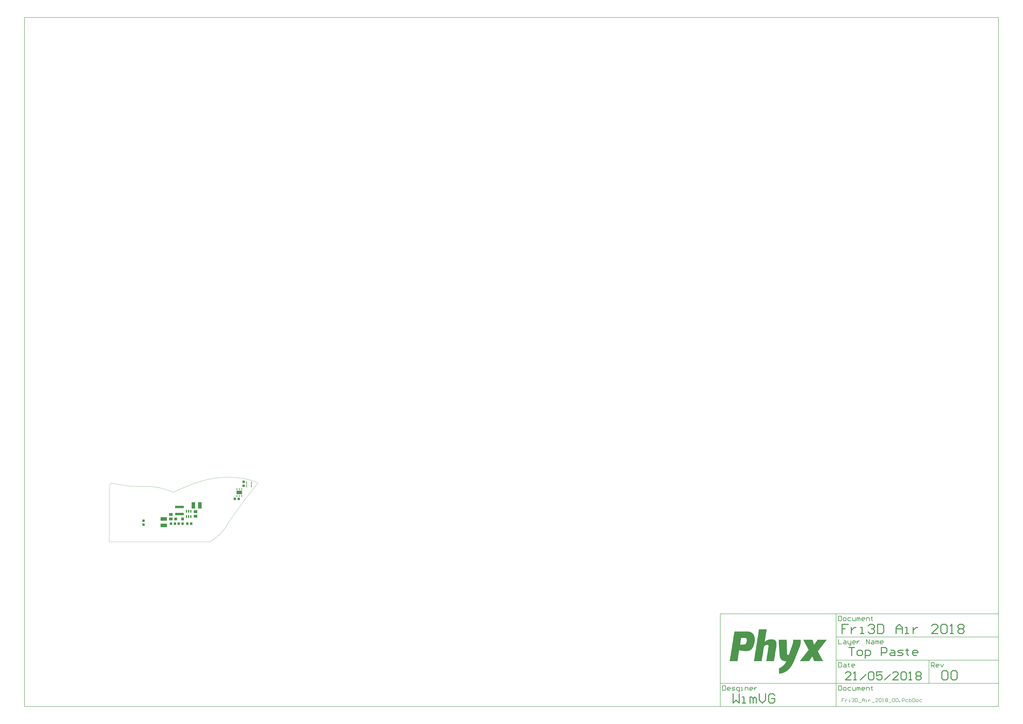
<source format=gtp>
G04*
G04 #@! TF.GenerationSoftware,Altium Limited,Altium Designer,18.1.6 (161)*
G04*
G04 Layer_Color=8421504*
%FSLAX25Y25*%
%MOIN*%
G70*
G01*
G75*
%ADD10C,0.00984*%
%ADD11C,0.00787*%
%ADD13C,0.00394*%
%ADD14C,0.01575*%
%ADD21R,0.14567X0.04331*%
%ADD22R,0.04331X0.03937*%
%ADD23R,0.05906X0.05118*%
%ADD24R,0.06299X0.10630*%
%ADD25R,0.02362X0.04528*%
%ADD26R,0.03937X0.04331*%
%ADD27R,0.09449X0.05906*%
%ADD28R,0.01575X0.02756*%
%ADD29R,0.01968X0.01378*%
%ADD30R,0.04921X0.04803*%
%ADD31R,0.10630X0.06299*%
G36*
X913926Y-152365D02*
X915644D01*
Y-152651D01*
X916503D01*
Y-152937D01*
X917362D01*
Y-153224D01*
X918221D01*
Y-153510D01*
X918793D01*
Y-153796D01*
X919080D01*
Y-154083D01*
X919652D01*
Y-154369D01*
X919939D01*
Y-154655D01*
X920511D01*
Y-154942D01*
X920798D01*
Y-155228D01*
X921084D01*
Y-155514D01*
X921370D01*
Y-155801D01*
X921657D01*
Y-156087D01*
X921943D01*
Y-156373D01*
X922229D01*
Y-156659D01*
Y-156946D01*
X922515D01*
Y-157232D01*
X922802D01*
Y-157518D01*
Y-157805D01*
X923088D01*
Y-158091D01*
X923374D01*
Y-158377D01*
Y-158664D01*
X923661D01*
Y-158950D01*
Y-159236D01*
Y-159523D01*
X923947D01*
Y-159809D01*
Y-160095D01*
Y-160382D01*
X924233D01*
Y-160668D01*
Y-160954D01*
Y-161240D01*
Y-161527D01*
X924520D01*
Y-161813D01*
Y-162100D01*
Y-162386D01*
Y-162672D01*
Y-162958D01*
X924806D01*
Y-163245D01*
Y-163531D01*
Y-163817D01*
Y-164104D01*
Y-164390D01*
Y-164676D01*
Y-164963D01*
Y-165249D01*
Y-165535D01*
Y-165822D01*
Y-166108D01*
Y-166394D01*
Y-166681D01*
Y-166967D01*
Y-167253D01*
Y-167539D01*
Y-167826D01*
Y-168112D01*
Y-168398D01*
Y-168685D01*
X924520D01*
Y-168971D01*
Y-169257D01*
Y-169544D01*
Y-169830D01*
Y-170116D01*
Y-170403D01*
Y-170689D01*
X924233D01*
Y-170975D01*
Y-171262D01*
Y-171548D01*
Y-171834D01*
Y-172120D01*
X923947D01*
Y-172407D01*
Y-172693D01*
Y-172979D01*
Y-173266D01*
Y-173552D01*
X923661D01*
Y-173838D01*
Y-174125D01*
Y-174411D01*
X923374D01*
Y-174697D01*
Y-174984D01*
Y-175270D01*
Y-175556D01*
X923088D01*
Y-175842D01*
Y-176129D01*
Y-176415D01*
X922802D01*
Y-176701D01*
Y-176988D01*
X922515D01*
Y-177274D01*
Y-177560D01*
Y-177847D01*
X922229D01*
Y-178133D01*
Y-178419D01*
X921943D01*
Y-178706D01*
Y-178992D01*
X921657D01*
Y-179278D01*
Y-179565D01*
X921370D01*
Y-179851D01*
X921084D01*
Y-180137D01*
Y-180423D01*
X920798D01*
Y-180710D01*
X920511D01*
Y-180996D01*
X920225D01*
Y-181282D01*
Y-181569D01*
X919939D01*
Y-181855D01*
X919652D01*
Y-182141D01*
X919366D01*
Y-182428D01*
X919080D01*
Y-182714D01*
X918793D01*
Y-183000D01*
X918221D01*
Y-183287D01*
X917934D01*
Y-183573D01*
X917362D01*
Y-183859D01*
X917076D01*
Y-184146D01*
X916503D01*
Y-184432D01*
X915644D01*
Y-184718D01*
X914785D01*
Y-185004D01*
X913926D01*
Y-185291D01*
X912208D01*
Y-185577D01*
X907055D01*
Y-185291D01*
X904478D01*
Y-185004D01*
X902474D01*
Y-184718D01*
X901042D01*
Y-184432D01*
X899610D01*
Y-184146D01*
X898179D01*
Y-184432D01*
Y-184718D01*
Y-185004D01*
Y-185291D01*
Y-185577D01*
Y-185863D01*
Y-186150D01*
X897892D01*
Y-186436D01*
Y-186722D01*
Y-187009D01*
Y-187295D01*
Y-187581D01*
Y-187868D01*
X897606D01*
Y-188154D01*
Y-188440D01*
Y-188727D01*
Y-189013D01*
Y-189299D01*
Y-189585D01*
X897320D01*
Y-189872D01*
Y-190158D01*
Y-190444D01*
Y-190731D01*
Y-191017D01*
Y-191303D01*
Y-191590D01*
X897034D01*
Y-191876D01*
Y-192162D01*
Y-192449D01*
Y-192735D01*
Y-193021D01*
Y-193308D01*
X896747D01*
Y-193594D01*
Y-193880D01*
Y-194167D01*
Y-194453D01*
Y-194739D01*
Y-195025D01*
X896461D01*
Y-195312D01*
Y-195598D01*
Y-195884D01*
Y-196171D01*
Y-196457D01*
Y-196743D01*
Y-197030D01*
X896175D01*
Y-197316D01*
Y-197602D01*
Y-197889D01*
Y-198175D01*
Y-198461D01*
Y-198748D01*
X895888D01*
Y-199034D01*
Y-199320D01*
Y-199606D01*
Y-199893D01*
Y-200179D01*
Y-200465D01*
X895602D01*
Y-200752D01*
Y-201038D01*
Y-201324D01*
Y-201611D01*
Y-201897D01*
Y-202183D01*
Y-202470D01*
X882145D01*
Y-202183D01*
X882432D01*
Y-201897D01*
Y-201611D01*
Y-201324D01*
Y-201038D01*
Y-200752D01*
X882718D01*
Y-200465D01*
Y-200179D01*
Y-199893D01*
Y-199606D01*
Y-199320D01*
Y-199034D01*
Y-198748D01*
X883004D01*
Y-198461D01*
Y-198175D01*
Y-197889D01*
Y-197602D01*
Y-197316D01*
Y-197030D01*
X883291D01*
Y-196743D01*
Y-196457D01*
Y-196171D01*
Y-195884D01*
Y-195598D01*
Y-195312D01*
X883577D01*
Y-195025D01*
Y-194739D01*
Y-194453D01*
Y-194167D01*
Y-193880D01*
Y-193594D01*
Y-193308D01*
X883863D01*
Y-193021D01*
Y-192735D01*
Y-192449D01*
Y-192162D01*
Y-191876D01*
Y-191590D01*
X884149D01*
Y-191303D01*
Y-191017D01*
Y-190731D01*
Y-190444D01*
Y-190158D01*
Y-189872D01*
X884436D01*
Y-189585D01*
Y-189299D01*
Y-189013D01*
Y-188727D01*
Y-188440D01*
Y-188154D01*
X884722D01*
Y-187868D01*
Y-187581D01*
Y-187295D01*
Y-187009D01*
Y-186722D01*
Y-186436D01*
Y-186150D01*
X885009D01*
Y-185863D01*
Y-185577D01*
Y-185291D01*
Y-185004D01*
Y-184718D01*
Y-184432D01*
X885295D01*
Y-184146D01*
Y-183859D01*
Y-183573D01*
Y-183287D01*
Y-183000D01*
Y-182714D01*
X885581D01*
Y-182428D01*
Y-182141D01*
Y-181855D01*
Y-181569D01*
Y-181282D01*
Y-180996D01*
X885867D01*
Y-180710D01*
Y-180423D01*
Y-180137D01*
Y-179851D01*
Y-179565D01*
Y-179278D01*
Y-178992D01*
X886154D01*
Y-178706D01*
Y-178419D01*
Y-178133D01*
Y-177847D01*
Y-177560D01*
Y-177274D01*
X886440D01*
Y-176988D01*
Y-176701D01*
Y-176415D01*
Y-176129D01*
Y-175842D01*
Y-175556D01*
X886726D01*
Y-175270D01*
Y-174984D01*
Y-174697D01*
Y-174411D01*
Y-174125D01*
Y-173838D01*
Y-173552D01*
X887013D01*
Y-173266D01*
Y-172979D01*
Y-172693D01*
Y-172407D01*
Y-172120D01*
Y-171834D01*
X887299D01*
Y-171548D01*
Y-171262D01*
Y-170975D01*
Y-170689D01*
Y-170403D01*
Y-170116D01*
X887585D01*
Y-169830D01*
Y-169544D01*
Y-169257D01*
Y-168971D01*
Y-168685D01*
Y-168398D01*
X887872D01*
Y-168112D01*
Y-167826D01*
Y-167539D01*
Y-167253D01*
Y-166967D01*
Y-166681D01*
Y-166394D01*
X888158D01*
Y-166108D01*
Y-165822D01*
Y-165535D01*
Y-165249D01*
Y-164963D01*
Y-164676D01*
X888444D01*
Y-164390D01*
Y-164104D01*
Y-163817D01*
Y-163531D01*
Y-163245D01*
Y-162958D01*
X888731D01*
Y-162672D01*
Y-162386D01*
Y-162100D01*
Y-161813D01*
Y-161527D01*
Y-161240D01*
Y-160954D01*
X889017D01*
Y-160668D01*
Y-160382D01*
Y-160095D01*
Y-159809D01*
Y-159523D01*
Y-159236D01*
X889303D01*
Y-158950D01*
Y-158664D01*
Y-158377D01*
Y-158091D01*
Y-157805D01*
Y-157518D01*
X889590D01*
Y-157232D01*
Y-156946D01*
Y-156659D01*
Y-156373D01*
Y-156087D01*
Y-155801D01*
Y-155514D01*
X889876D01*
Y-155228D01*
Y-154942D01*
Y-154655D01*
Y-154369D01*
Y-154083D01*
Y-153796D01*
X890162D01*
Y-153510D01*
Y-153224D01*
Y-152937D01*
Y-152651D01*
Y-152365D01*
Y-152078D01*
X913926D01*
Y-152365D01*
D02*
G37*
G36*
X945134Y-148929D02*
Y-149215D01*
X944848D01*
Y-149502D01*
Y-149788D01*
Y-150074D01*
Y-150361D01*
Y-150647D01*
Y-150933D01*
X944561D01*
Y-151220D01*
Y-151506D01*
Y-151792D01*
Y-152078D01*
Y-152365D01*
Y-152651D01*
X944275D01*
Y-152937D01*
Y-153224D01*
Y-153510D01*
Y-153796D01*
Y-154083D01*
Y-154369D01*
Y-154655D01*
X943989D01*
Y-154942D01*
Y-155228D01*
Y-155514D01*
Y-155801D01*
Y-156087D01*
Y-156373D01*
X943703D01*
Y-156659D01*
Y-156946D01*
Y-157232D01*
Y-157518D01*
Y-157805D01*
Y-158091D01*
X943416D01*
Y-158377D01*
Y-158664D01*
Y-158950D01*
Y-159236D01*
Y-159523D01*
Y-159809D01*
Y-160095D01*
X943130D01*
Y-160382D01*
Y-160668D01*
Y-160954D01*
Y-161240D01*
Y-161527D01*
Y-161813D01*
X942844D01*
Y-162100D01*
Y-162386D01*
Y-162672D01*
Y-162958D01*
Y-163245D01*
Y-163531D01*
X942557D01*
Y-163817D01*
Y-164104D01*
Y-164390D01*
Y-164676D01*
Y-164963D01*
Y-165249D01*
X942271D01*
Y-165535D01*
Y-165822D01*
Y-166108D01*
Y-166394D01*
Y-166681D01*
Y-166967D01*
Y-167253D01*
X941985D01*
Y-167539D01*
Y-167826D01*
Y-168112D01*
Y-168398D01*
Y-168685D01*
Y-168971D01*
X941698D01*
Y-169257D01*
Y-169544D01*
X942271D01*
Y-169257D01*
X942557D01*
Y-168971D01*
X942844D01*
Y-168685D01*
X943416D01*
Y-168398D01*
X943703D01*
Y-168112D01*
X943989D01*
Y-167826D01*
X944561D01*
Y-167539D01*
X945134D01*
Y-167253D01*
X945420D01*
Y-166967D01*
X945993D01*
Y-166681D01*
X946852D01*
Y-166394D01*
X947425D01*
Y-166108D01*
X948284D01*
Y-165822D01*
X949715D01*
Y-165535D01*
X956014D01*
Y-165822D01*
X957159D01*
Y-166108D01*
X958018D01*
Y-166394D01*
X958591D01*
Y-166681D01*
X958877D01*
Y-166967D01*
X959450D01*
Y-167253D01*
X959736D01*
Y-167539D01*
X960022D01*
Y-167826D01*
X960309D01*
Y-168112D01*
X960595D01*
Y-168398D01*
Y-168685D01*
X960881D01*
Y-168971D01*
Y-169257D01*
X961168D01*
Y-169544D01*
Y-169830D01*
Y-170116D01*
X961454D01*
Y-170403D01*
Y-170689D01*
Y-170975D01*
Y-171262D01*
X961740D01*
Y-171548D01*
Y-171834D01*
Y-172120D01*
Y-172407D01*
Y-172693D01*
Y-172979D01*
Y-173266D01*
Y-173552D01*
Y-173838D01*
Y-174125D01*
Y-174411D01*
Y-174697D01*
Y-174984D01*
Y-175270D01*
Y-175556D01*
Y-175842D01*
Y-176129D01*
Y-176415D01*
X961454D01*
Y-176701D01*
Y-176988D01*
Y-177274D01*
Y-177560D01*
Y-177847D01*
Y-178133D01*
Y-178419D01*
X961168D01*
Y-178706D01*
Y-178992D01*
Y-179278D01*
Y-179565D01*
Y-179851D01*
Y-180137D01*
Y-180423D01*
X960881D01*
Y-180710D01*
Y-180996D01*
Y-181282D01*
Y-181569D01*
Y-181855D01*
Y-182141D01*
X960595D01*
Y-182428D01*
Y-182714D01*
Y-183000D01*
Y-183287D01*
Y-183573D01*
Y-183859D01*
X960309D01*
Y-184146D01*
Y-184432D01*
Y-184718D01*
Y-185004D01*
Y-185291D01*
Y-185577D01*
X960022D01*
Y-185863D01*
Y-186150D01*
Y-186436D01*
Y-186722D01*
Y-187009D01*
Y-187295D01*
Y-187581D01*
X959736D01*
Y-187868D01*
Y-188154D01*
Y-188440D01*
Y-188727D01*
Y-189013D01*
Y-189299D01*
X959450D01*
Y-189585D01*
Y-189872D01*
Y-190158D01*
Y-190444D01*
Y-190731D01*
Y-191017D01*
X959163D01*
Y-191303D01*
Y-191590D01*
Y-191876D01*
Y-192162D01*
Y-192449D01*
Y-192735D01*
Y-193021D01*
X958877D01*
Y-193308D01*
Y-193594D01*
Y-193880D01*
Y-194167D01*
Y-194453D01*
Y-194739D01*
X958591D01*
Y-195025D01*
Y-195312D01*
Y-195598D01*
Y-195884D01*
Y-196171D01*
Y-196457D01*
X958305D01*
Y-196743D01*
Y-197030D01*
Y-197316D01*
Y-197602D01*
Y-197889D01*
Y-198175D01*
X958018D01*
Y-198461D01*
Y-198748D01*
Y-199034D01*
Y-199320D01*
Y-199606D01*
Y-199893D01*
Y-200179D01*
X957732D01*
Y-200465D01*
Y-200752D01*
Y-201038D01*
Y-201324D01*
Y-201611D01*
Y-201897D01*
X957446D01*
Y-202183D01*
Y-202470D01*
X944275D01*
Y-202183D01*
Y-201897D01*
X944561D01*
Y-201611D01*
Y-201324D01*
Y-201038D01*
Y-200752D01*
Y-200465D01*
Y-200179D01*
X944848D01*
Y-199893D01*
Y-199606D01*
Y-199320D01*
Y-199034D01*
Y-198748D01*
Y-198461D01*
Y-198175D01*
X945134D01*
Y-197889D01*
Y-197602D01*
Y-197316D01*
Y-197030D01*
Y-196743D01*
Y-196457D01*
X945420D01*
Y-196171D01*
Y-195884D01*
Y-195598D01*
Y-195312D01*
Y-195025D01*
Y-194739D01*
X945707D01*
Y-194453D01*
Y-194167D01*
Y-193880D01*
Y-193594D01*
Y-193308D01*
Y-193021D01*
Y-192735D01*
X945993D01*
Y-192449D01*
Y-192162D01*
Y-191876D01*
Y-191590D01*
Y-191303D01*
Y-191017D01*
X946279D01*
Y-190731D01*
Y-190444D01*
Y-190158D01*
Y-189872D01*
Y-189585D01*
Y-189299D01*
Y-189013D01*
X946566D01*
Y-188727D01*
Y-188440D01*
Y-188154D01*
Y-187868D01*
Y-187581D01*
Y-187295D01*
X946852D01*
Y-187009D01*
Y-186722D01*
Y-186436D01*
Y-186150D01*
Y-185863D01*
Y-185577D01*
X947138D01*
Y-185291D01*
Y-185004D01*
Y-184718D01*
Y-184432D01*
Y-184146D01*
Y-183859D01*
X947425D01*
Y-183573D01*
Y-183287D01*
Y-183000D01*
Y-182714D01*
Y-182428D01*
Y-182141D01*
Y-181855D01*
X947711D01*
Y-181569D01*
Y-181282D01*
Y-180996D01*
Y-180710D01*
Y-180423D01*
Y-180137D01*
X947997D01*
Y-179851D01*
Y-179565D01*
Y-179278D01*
Y-178992D01*
Y-178706D01*
Y-178419D01*
Y-178133D01*
X948284D01*
Y-177847D01*
Y-177560D01*
Y-177274D01*
Y-176988D01*
Y-176701D01*
Y-176415D01*
X947997D01*
Y-176129D01*
Y-175842D01*
X947711D01*
Y-175556D01*
X947425D01*
Y-175270D01*
X946852D01*
Y-174984D01*
X945134D01*
Y-175270D01*
X943703D01*
Y-175556D01*
X942844D01*
Y-175842D01*
X942271D01*
Y-176129D01*
X941985D01*
Y-176415D01*
X941412D01*
Y-176701D01*
X941126D01*
Y-176988D01*
X940839D01*
Y-177274D01*
Y-177560D01*
X940553D01*
Y-177847D01*
Y-178133D01*
Y-178419D01*
X940267D01*
Y-178706D01*
Y-178992D01*
Y-179278D01*
Y-179565D01*
Y-179851D01*
Y-180137D01*
X939981D01*
Y-180423D01*
Y-180710D01*
Y-180996D01*
Y-181282D01*
Y-181569D01*
Y-181855D01*
Y-182141D01*
X939694D01*
Y-182428D01*
Y-182714D01*
Y-183000D01*
Y-183287D01*
Y-183573D01*
Y-183859D01*
X939408D01*
Y-184146D01*
Y-184432D01*
Y-184718D01*
Y-185004D01*
Y-185291D01*
Y-185577D01*
X939122D01*
Y-185863D01*
Y-186150D01*
Y-186436D01*
Y-186722D01*
Y-187009D01*
Y-187295D01*
X938835D01*
Y-187581D01*
Y-187868D01*
Y-188154D01*
Y-188440D01*
Y-188727D01*
Y-189013D01*
Y-189299D01*
X938549D01*
Y-189585D01*
Y-189872D01*
Y-190158D01*
Y-190444D01*
Y-190731D01*
Y-191017D01*
X938263D01*
Y-191303D01*
Y-191590D01*
Y-191876D01*
Y-192162D01*
Y-192449D01*
Y-192735D01*
X937976D01*
Y-193021D01*
Y-193308D01*
Y-193594D01*
Y-193880D01*
Y-194167D01*
Y-194453D01*
Y-194739D01*
X937690D01*
Y-195025D01*
Y-195312D01*
Y-195598D01*
Y-195884D01*
Y-196171D01*
Y-196457D01*
X937404D01*
Y-196743D01*
Y-197030D01*
Y-197316D01*
Y-197602D01*
Y-197889D01*
Y-198175D01*
X937117D01*
Y-198461D01*
Y-198748D01*
Y-199034D01*
Y-199320D01*
Y-199606D01*
Y-199893D01*
X936831D01*
Y-200179D01*
Y-200465D01*
Y-200752D01*
Y-201038D01*
Y-201324D01*
Y-201611D01*
Y-201897D01*
X936545D01*
Y-202183D01*
Y-202470D01*
X923374D01*
Y-202183D01*
Y-201897D01*
X923661D01*
Y-201611D01*
Y-201324D01*
Y-201038D01*
Y-200752D01*
Y-200465D01*
Y-200179D01*
Y-199893D01*
X923947D01*
Y-199606D01*
Y-199320D01*
Y-199034D01*
Y-198748D01*
Y-198461D01*
Y-198175D01*
X924233D01*
Y-197889D01*
Y-197602D01*
Y-197316D01*
Y-197030D01*
Y-196743D01*
Y-196457D01*
X924520D01*
Y-196171D01*
Y-195884D01*
Y-195598D01*
Y-195312D01*
Y-195025D01*
Y-194739D01*
Y-194453D01*
X924806D01*
Y-194167D01*
Y-193880D01*
Y-193594D01*
Y-193308D01*
Y-193021D01*
Y-192735D01*
X925092D01*
Y-192449D01*
Y-192162D01*
Y-191876D01*
Y-191590D01*
Y-191303D01*
Y-191017D01*
X925379D01*
Y-190731D01*
Y-190444D01*
Y-190158D01*
Y-189872D01*
Y-189585D01*
Y-189299D01*
X925665D01*
Y-189013D01*
Y-188727D01*
Y-188440D01*
Y-188154D01*
Y-187868D01*
Y-187581D01*
Y-187295D01*
X925951D01*
Y-187009D01*
Y-186722D01*
Y-186436D01*
Y-186150D01*
Y-185863D01*
Y-185577D01*
X926237D01*
Y-185291D01*
Y-185004D01*
Y-184718D01*
Y-184432D01*
Y-184146D01*
Y-183859D01*
X926524D01*
Y-183573D01*
Y-183287D01*
Y-183000D01*
Y-182714D01*
Y-182428D01*
Y-182141D01*
Y-181855D01*
X926810D01*
Y-181569D01*
Y-181282D01*
Y-180996D01*
Y-180710D01*
Y-180423D01*
Y-180137D01*
X927096D01*
Y-179851D01*
Y-179565D01*
Y-179278D01*
Y-178992D01*
Y-178706D01*
Y-178419D01*
X927383D01*
Y-178133D01*
Y-177847D01*
Y-177560D01*
Y-177274D01*
Y-176988D01*
Y-176701D01*
X927669D01*
Y-176415D01*
Y-176129D01*
Y-175842D01*
Y-175556D01*
Y-175270D01*
Y-174984D01*
Y-174697D01*
X927955D01*
Y-174411D01*
Y-174125D01*
Y-173838D01*
Y-173552D01*
Y-173266D01*
Y-172979D01*
X928242D01*
Y-172693D01*
Y-172407D01*
Y-172120D01*
Y-171834D01*
Y-171548D01*
Y-171262D01*
X928528D01*
Y-170975D01*
Y-170689D01*
Y-170403D01*
Y-170116D01*
Y-169830D01*
Y-169544D01*
X928814D01*
Y-169257D01*
Y-168971D01*
Y-168685D01*
Y-168398D01*
Y-168112D01*
Y-167826D01*
Y-167539D01*
X929101D01*
Y-167253D01*
Y-166967D01*
Y-166681D01*
Y-166394D01*
Y-166108D01*
Y-165822D01*
X929387D01*
Y-165535D01*
Y-165249D01*
Y-164963D01*
Y-164676D01*
Y-164390D01*
Y-164104D01*
X929673D01*
Y-163817D01*
Y-163531D01*
Y-163245D01*
Y-162958D01*
Y-162672D01*
Y-162386D01*
Y-162100D01*
X929960D01*
Y-161813D01*
Y-161527D01*
Y-161240D01*
Y-160954D01*
Y-160668D01*
Y-160382D01*
X930246D01*
Y-160095D01*
Y-159809D01*
Y-159523D01*
Y-159236D01*
Y-158950D01*
Y-158664D01*
X930532D01*
Y-158377D01*
Y-158091D01*
Y-157805D01*
Y-157518D01*
Y-157232D01*
Y-156946D01*
X930818D01*
Y-156659D01*
Y-156373D01*
Y-156087D01*
Y-155801D01*
Y-155514D01*
Y-155228D01*
Y-154942D01*
X931105D01*
Y-154655D01*
Y-154369D01*
Y-154083D01*
Y-153796D01*
Y-153510D01*
Y-153224D01*
X931391D01*
Y-152937D01*
Y-152651D01*
Y-152365D01*
Y-152078D01*
Y-151792D01*
Y-151506D01*
X931678D01*
Y-151220D01*
Y-150933D01*
Y-150647D01*
Y-150361D01*
Y-150074D01*
Y-149788D01*
Y-149502D01*
X931964D01*
Y-149215D01*
Y-148929D01*
Y-148643D01*
X945134D01*
Y-148929D01*
D02*
G37*
G36*
X1047062Y-166394D02*
X1046775D01*
Y-166681D01*
X1046489D01*
Y-166967D01*
Y-167253D01*
X1046203D01*
Y-167539D01*
X1045916D01*
Y-167826D01*
X1045630D01*
Y-168112D01*
Y-168398D01*
X1045344D01*
Y-168685D01*
X1045057D01*
Y-168971D01*
X1044771D01*
Y-169257D01*
X1044485D01*
Y-169544D01*
Y-169830D01*
X1044198D01*
Y-170116D01*
X1043912D01*
Y-170403D01*
X1043626D01*
Y-170689D01*
Y-170975D01*
X1043340D01*
Y-171262D01*
X1043053D01*
Y-171548D01*
X1042767D01*
Y-171834D01*
X1042480D01*
Y-172120D01*
Y-172407D01*
X1042194D01*
Y-172693D01*
X1041908D01*
Y-172979D01*
X1041622D01*
Y-173266D01*
Y-173552D01*
X1041335D01*
Y-173838D01*
X1041049D01*
Y-174125D01*
X1040763D01*
Y-174411D01*
Y-174697D01*
X1040476D01*
Y-174984D01*
X1040190D01*
Y-175270D01*
X1039904D01*
Y-175556D01*
X1039617D01*
Y-175842D01*
Y-176129D01*
X1039331D01*
Y-176415D01*
X1039045D01*
Y-176701D01*
X1038758D01*
Y-176988D01*
Y-177274D01*
X1038472D01*
Y-177560D01*
X1038186D01*
Y-177847D01*
X1037899D01*
Y-178133D01*
Y-178419D01*
X1037613D01*
Y-178706D01*
X1037327D01*
Y-178992D01*
X1037041D01*
Y-179278D01*
X1036754D01*
Y-179565D01*
Y-179851D01*
X1036468D01*
Y-180137D01*
X1036182D01*
Y-180423D01*
X1035895D01*
Y-180710D01*
Y-180996D01*
X1035609D01*
Y-181282D01*
X1035323D01*
Y-181569D01*
X1035036D01*
Y-181855D01*
Y-182141D01*
X1034750D01*
Y-182428D01*
X1034464D01*
Y-182714D01*
X1034177D01*
Y-183000D01*
X1033891D01*
Y-183287D01*
Y-183573D01*
X1033605D01*
Y-183859D01*
X1033319D01*
Y-184146D01*
X1033032D01*
Y-184432D01*
Y-184718D01*
X1032746D01*
Y-185004D01*
X1032460D01*
Y-185291D01*
X1032173D01*
Y-185577D01*
X1031887D01*
Y-185863D01*
Y-186150D01*
X1032173D01*
Y-186436D01*
Y-186722D01*
X1032460D01*
Y-187009D01*
Y-187295D01*
X1032746D01*
Y-187581D01*
X1033032D01*
Y-187868D01*
Y-188154D01*
X1033319D01*
Y-188440D01*
Y-188727D01*
X1033605D01*
Y-189013D01*
Y-189299D01*
X1033891D01*
Y-189585D01*
Y-189872D01*
X1034177D01*
Y-190158D01*
Y-190444D01*
X1034464D01*
Y-190731D01*
Y-191017D01*
X1034750D01*
Y-191303D01*
Y-191590D01*
X1035036D01*
Y-191876D01*
Y-192162D01*
X1035323D01*
Y-192449D01*
X1035609D01*
Y-192735D01*
Y-193021D01*
X1035895D01*
Y-193308D01*
Y-193594D01*
X1036182D01*
Y-193880D01*
Y-194167D01*
X1036468D01*
Y-194453D01*
Y-194739D01*
X1036754D01*
Y-195025D01*
Y-195312D01*
X1037041D01*
Y-195598D01*
Y-195884D01*
X1037327D01*
Y-196171D01*
Y-196457D01*
X1037613D01*
Y-196743D01*
X1037899D01*
Y-197030D01*
Y-197316D01*
X1038186D01*
Y-197602D01*
Y-197889D01*
X1038472D01*
Y-198175D01*
Y-198461D01*
X1038758D01*
Y-198748D01*
Y-199034D01*
X1039045D01*
Y-199320D01*
Y-199606D01*
X1039331D01*
Y-199893D01*
Y-200179D01*
X1039617D01*
Y-200465D01*
Y-200752D01*
X1039904D01*
Y-201038D01*
X1040190D01*
Y-201324D01*
Y-201611D01*
X1040476D01*
Y-201897D01*
Y-202183D01*
X1040763D01*
Y-202470D01*
X1025588D01*
Y-202183D01*
X1025302D01*
Y-201897D01*
Y-201611D01*
Y-201324D01*
X1025016D01*
Y-201038D01*
Y-200752D01*
Y-200465D01*
X1024729D01*
Y-200179D01*
Y-199893D01*
X1024443D01*
Y-199606D01*
Y-199320D01*
Y-199034D01*
X1024156D01*
Y-198748D01*
Y-198461D01*
Y-198175D01*
X1023870D01*
Y-197889D01*
Y-197602D01*
X1023584D01*
Y-197316D01*
Y-197030D01*
Y-196743D01*
X1023298D01*
Y-196457D01*
Y-196171D01*
Y-195884D01*
X1023011D01*
Y-195598D01*
Y-195312D01*
Y-195025D01*
X1022725D01*
Y-194739D01*
X1022152D01*
Y-195025D01*
Y-195312D01*
X1021866D01*
Y-195598D01*
X1021580D01*
Y-195884D01*
Y-196171D01*
X1021293D01*
Y-196457D01*
X1021007D01*
Y-196743D01*
Y-197030D01*
X1020721D01*
Y-197316D01*
X1020434D01*
Y-197602D01*
Y-197889D01*
X1020148D01*
Y-198175D01*
X1019862D01*
Y-198461D01*
X1019576D01*
Y-198748D01*
Y-199034D01*
X1019289D01*
Y-199320D01*
X1019003D01*
Y-199606D01*
Y-199893D01*
X1018717D01*
Y-200179D01*
X1018430D01*
Y-200465D01*
Y-200752D01*
X1018144D01*
Y-201038D01*
X1017858D01*
Y-201324D01*
Y-201611D01*
X1017571D01*
Y-201897D01*
X1017285D01*
Y-202183D01*
Y-202470D01*
X1001252D01*
Y-202183D01*
X1001538D01*
Y-201897D01*
X1001824D01*
Y-201611D01*
X1002110D01*
Y-201324D01*
X1002397D01*
Y-201038D01*
Y-200752D01*
X1002683D01*
Y-200465D01*
X1002969D01*
Y-200179D01*
X1003256D01*
Y-199893D01*
X1003542D01*
Y-199606D01*
Y-199320D01*
X1003828D01*
Y-199034D01*
X1004115D01*
Y-198748D01*
X1004401D01*
Y-198461D01*
Y-198175D01*
X1004687D01*
Y-197889D01*
X1004974D01*
Y-197602D01*
X1005260D01*
Y-197316D01*
X1005546D01*
Y-197030D01*
Y-196743D01*
X1005832D01*
Y-196457D01*
X1006119D01*
Y-196171D01*
X1006405D01*
Y-195884D01*
X1006691D01*
Y-195598D01*
Y-195312D01*
X1006978D01*
Y-195025D01*
X1007264D01*
Y-194739D01*
X1007550D01*
Y-194453D01*
Y-194167D01*
X1007837D01*
Y-193880D01*
X1008123D01*
Y-193594D01*
X1008409D01*
Y-193308D01*
X1008696D01*
Y-193021D01*
Y-192735D01*
X1008982D01*
Y-192449D01*
X1009268D01*
Y-192162D01*
X1009555D01*
Y-191876D01*
Y-191590D01*
X1009841D01*
Y-191303D01*
X1010127D01*
Y-191017D01*
X1010413D01*
Y-190731D01*
X1010700D01*
Y-190444D01*
Y-190158D01*
X1010986D01*
Y-189872D01*
X1011272D01*
Y-189585D01*
X1011559D01*
Y-189299D01*
Y-189013D01*
X1011845D01*
Y-188727D01*
X1012131D01*
Y-188440D01*
X1012418D01*
Y-188154D01*
X1012704D01*
Y-187868D01*
Y-187581D01*
X1012990D01*
Y-187295D01*
X1013277D01*
Y-187009D01*
X1013563D01*
Y-186722D01*
X1013849D01*
Y-186436D01*
Y-186150D01*
X1014136D01*
Y-185863D01*
X1014422D01*
Y-185577D01*
X1014708D01*
Y-185291D01*
Y-185004D01*
X1014995D01*
Y-184718D01*
X1015281D01*
Y-184432D01*
X1015567D01*
Y-184146D01*
X1015853D01*
Y-183859D01*
Y-183573D01*
X1016140D01*
Y-183287D01*
Y-183000D01*
Y-182714D01*
X1015853D01*
Y-182428D01*
X1015567D01*
Y-182141D01*
Y-181855D01*
X1015281D01*
Y-181569D01*
Y-181282D01*
X1014995D01*
Y-180996D01*
Y-180710D01*
X1014708D01*
Y-180423D01*
Y-180137D01*
X1014422D01*
Y-179851D01*
Y-179565D01*
X1014136D01*
Y-179278D01*
Y-178992D01*
X1013849D01*
Y-178706D01*
X1013563D01*
Y-178419D01*
Y-178133D01*
X1013277D01*
Y-177847D01*
Y-177560D01*
X1012990D01*
Y-177274D01*
Y-176988D01*
X1012704D01*
Y-176701D01*
Y-176415D01*
X1012418D01*
Y-176129D01*
Y-175842D01*
X1012131D01*
Y-175556D01*
Y-175270D01*
X1011845D01*
Y-174984D01*
X1011559D01*
Y-174697D01*
Y-174411D01*
X1011272D01*
Y-174125D01*
Y-173838D01*
X1010986D01*
Y-173552D01*
Y-173266D01*
X1010700D01*
Y-172979D01*
Y-172693D01*
X1010413D01*
Y-172407D01*
Y-172120D01*
X1010127D01*
Y-171834D01*
Y-171548D01*
X1009841D01*
Y-171262D01*
Y-170975D01*
X1009555D01*
Y-170689D01*
X1009268D01*
Y-170403D01*
Y-170116D01*
X1008982D01*
Y-169830D01*
Y-169544D01*
X1008696D01*
Y-169257D01*
Y-168971D01*
X1008409D01*
Y-168685D01*
Y-168398D01*
X1008123D01*
Y-168112D01*
Y-167826D01*
X1007837D01*
Y-167539D01*
Y-167253D01*
X1007550D01*
Y-166967D01*
X1007264D01*
Y-166681D01*
Y-166394D01*
X1006978D01*
Y-166108D01*
X1022725D01*
Y-166394D01*
X1023011D01*
Y-166681D01*
Y-166967D01*
Y-167253D01*
X1023298D01*
Y-167539D01*
Y-167826D01*
Y-168112D01*
X1023584D01*
Y-168398D01*
Y-168685D01*
Y-168971D01*
X1023870D01*
Y-169257D01*
Y-169544D01*
Y-169830D01*
X1024156D01*
Y-170116D01*
Y-170403D01*
Y-170689D01*
X1024443D01*
Y-170975D01*
Y-171262D01*
Y-171548D01*
X1024729D01*
Y-171834D01*
Y-172120D01*
Y-172407D01*
X1025016D01*
Y-172693D01*
Y-172979D01*
Y-173266D01*
X1025302D01*
Y-173552D01*
Y-173838D01*
Y-174125D01*
Y-174411D01*
X1025874D01*
Y-174125D01*
X1026161D01*
Y-173838D01*
X1026447D01*
Y-173552D01*
Y-173266D01*
X1026733D01*
Y-172979D01*
X1027020D01*
Y-172693D01*
Y-172407D01*
X1027306D01*
Y-172120D01*
X1027592D01*
Y-171834D01*
Y-171548D01*
X1027879D01*
Y-171262D01*
X1028165D01*
Y-170975D01*
Y-170689D01*
X1028451D01*
Y-170403D01*
X1028738D01*
Y-170116D01*
Y-169830D01*
X1029024D01*
Y-169544D01*
X1029310D01*
Y-169257D01*
Y-168971D01*
X1029597D01*
Y-168685D01*
X1029883D01*
Y-168398D01*
Y-168112D01*
X1030169D01*
Y-167826D01*
X1030455D01*
Y-167539D01*
Y-167253D01*
X1030742D01*
Y-166967D01*
X1031028D01*
Y-166681D01*
Y-166394D01*
X1031314D01*
Y-166108D01*
X1047062D01*
Y-166394D01*
D02*
G37*
G36*
X1002969D02*
Y-166681D01*
Y-166967D01*
Y-167253D01*
Y-167539D01*
Y-167826D01*
Y-168112D01*
Y-168398D01*
Y-168685D01*
Y-168971D01*
Y-169257D01*
Y-169544D01*
Y-169830D01*
Y-170116D01*
Y-170403D01*
Y-170689D01*
Y-170975D01*
Y-171262D01*
Y-171548D01*
Y-171834D01*
Y-172120D01*
X1002683D01*
Y-172407D01*
Y-172693D01*
Y-172979D01*
Y-173266D01*
Y-173552D01*
X1002397D01*
Y-173838D01*
Y-174125D01*
Y-174411D01*
Y-174697D01*
X1002110D01*
Y-174984D01*
Y-175270D01*
Y-175556D01*
Y-175842D01*
X1001824D01*
Y-176129D01*
Y-176415D01*
Y-176701D01*
X1001538D01*
Y-176988D01*
Y-177274D01*
Y-177560D01*
X1001252D01*
Y-177847D01*
Y-178133D01*
Y-178419D01*
X1000965D01*
Y-178706D01*
Y-178992D01*
Y-179278D01*
X1000679D01*
Y-179565D01*
Y-179851D01*
X1000393D01*
Y-180137D01*
Y-180423D01*
X1000106D01*
Y-180710D01*
Y-180996D01*
Y-181282D01*
X999820D01*
Y-181569D01*
Y-181855D01*
X999534D01*
Y-182141D01*
Y-182428D01*
Y-182714D01*
X999247D01*
Y-183000D01*
Y-183287D01*
X998961D01*
Y-183573D01*
Y-183859D01*
Y-184146D01*
X998675D01*
Y-184432D01*
Y-184718D01*
X998388D01*
Y-185004D01*
Y-185291D01*
Y-185577D01*
X998102D01*
Y-185863D01*
Y-186150D01*
X997816D01*
Y-186436D01*
Y-186722D01*
Y-187009D01*
X997529D01*
Y-187295D01*
Y-187581D01*
X997243D01*
Y-187868D01*
Y-188154D01*
Y-188440D01*
X996957D01*
Y-188727D01*
Y-189013D01*
X996671D01*
Y-189299D01*
Y-189585D01*
Y-189872D01*
X996384D01*
Y-190158D01*
Y-190444D01*
X996098D01*
Y-190731D01*
Y-191017D01*
Y-191303D01*
X995811D01*
Y-191590D01*
Y-191876D01*
X995525D01*
Y-192162D01*
Y-192449D01*
Y-192735D01*
X995239D01*
Y-193021D01*
Y-193308D01*
X994953D01*
Y-193594D01*
Y-193880D01*
Y-194167D01*
X994666D01*
Y-194453D01*
Y-194739D01*
X994380D01*
Y-195025D01*
Y-195312D01*
Y-195598D01*
X994094D01*
Y-195884D01*
Y-196171D01*
X993807D01*
Y-196457D01*
Y-196743D01*
Y-197030D01*
X993521D01*
Y-197316D01*
Y-197602D01*
X993235D01*
Y-197889D01*
Y-198175D01*
Y-198461D01*
X992948D01*
Y-198748D01*
Y-199034D01*
X992662D01*
Y-199320D01*
Y-199606D01*
Y-199893D01*
X992376D01*
Y-200179D01*
Y-200465D01*
X992089D01*
Y-200752D01*
Y-201038D01*
Y-201324D01*
X991803D01*
Y-201611D01*
Y-201897D01*
X991517D01*
Y-202183D01*
Y-202470D01*
Y-202756D01*
X991230D01*
Y-203042D01*
Y-203328D01*
X990944D01*
Y-203615D01*
Y-203901D01*
X990658D01*
Y-204187D01*
Y-204474D01*
X990372D01*
Y-204760D01*
Y-205046D01*
Y-205333D01*
X990085D01*
Y-205619D01*
X989799D01*
Y-205905D01*
Y-206192D01*
Y-206478D01*
X989513D01*
Y-206764D01*
X989226D01*
Y-207051D01*
Y-207337D01*
X988940D01*
Y-207623D01*
Y-207909D01*
X988654D01*
Y-208196D01*
Y-208482D01*
X988367D01*
Y-208769D01*
Y-209055D01*
X988081D01*
Y-209341D01*
X987795D01*
Y-209627D01*
Y-209914D01*
X987508D01*
Y-210200D01*
Y-210486D01*
X987222D01*
Y-210773D01*
X986936D01*
Y-211059D01*
X986650D01*
Y-211345D01*
Y-211632D01*
X986363D01*
Y-211918D01*
X986077D01*
Y-212204D01*
Y-212491D01*
X985791D01*
Y-212777D01*
X985504D01*
Y-213063D01*
X985218D01*
Y-213350D01*
Y-213636D01*
X984932D01*
Y-213922D01*
X984645D01*
Y-214208D01*
X984359D01*
Y-214495D01*
X984073D01*
Y-214781D01*
X983786D01*
Y-215067D01*
Y-215354D01*
X983500D01*
Y-215640D01*
X983214D01*
Y-215926D01*
X982928D01*
Y-216213D01*
X982641D01*
Y-216499D01*
X982355D01*
Y-216785D01*
X982069D01*
Y-217072D01*
X981782D01*
Y-217358D01*
X981210D01*
Y-217644D01*
X980923D01*
Y-217931D01*
X980637D01*
Y-218217D01*
X980351D01*
Y-218503D01*
X980064D01*
Y-218789D01*
X979492D01*
Y-219076D01*
X979205D01*
Y-219362D01*
X978633D01*
Y-219648D01*
X978347D01*
Y-219935D01*
X977774D01*
Y-220221D01*
X977487D01*
Y-220507D01*
X976915D01*
Y-220794D01*
X976342D01*
Y-221080D01*
X975770D01*
Y-221366D01*
X975197D01*
Y-221653D01*
X974624D01*
Y-221939D01*
X973765D01*
Y-222225D01*
X973193D01*
Y-222512D01*
X972334D01*
Y-222798D01*
X971189D01*
Y-223084D01*
X970043D01*
Y-223370D01*
X968326D01*
Y-223657D01*
X966321D01*
Y-223943D01*
X966035D01*
Y-223657D01*
Y-223370D01*
Y-223084D01*
Y-222798D01*
Y-222512D01*
Y-222225D01*
Y-221939D01*
Y-221653D01*
Y-221366D01*
Y-221080D01*
Y-220794D01*
Y-220507D01*
Y-220221D01*
Y-219935D01*
Y-219648D01*
Y-219362D01*
Y-219076D01*
Y-218789D01*
Y-218503D01*
Y-218217D01*
Y-217931D01*
Y-217644D01*
Y-217358D01*
Y-217072D01*
Y-216785D01*
Y-216499D01*
Y-216213D01*
Y-215926D01*
Y-215640D01*
Y-215354D01*
Y-215067D01*
Y-214781D01*
Y-214495D01*
X966608D01*
Y-214208D01*
X967180D01*
Y-213922D01*
X967753D01*
Y-213636D01*
X968326D01*
Y-213350D01*
X968898D01*
Y-213063D01*
X969471D01*
Y-212777D01*
X969757D01*
Y-212491D01*
X970330D01*
Y-212204D01*
X970616D01*
Y-211918D01*
X971189D01*
Y-211632D01*
X971475D01*
Y-211345D01*
X971761D01*
Y-211059D01*
X972334D01*
Y-210773D01*
X972620D01*
Y-210486D01*
X972906D01*
Y-210200D01*
X973193D01*
Y-209914D01*
X973479D01*
Y-209627D01*
X973765D01*
Y-209341D01*
X974052D01*
Y-209055D01*
X974338D01*
Y-208769D01*
X974624D01*
Y-208482D01*
X974911D01*
Y-208196D01*
X975197D01*
Y-207909D01*
X975483D01*
Y-207623D01*
Y-207337D01*
X975770D01*
Y-207051D01*
X976056D01*
Y-206764D01*
X976342D01*
Y-206478D01*
Y-206192D01*
X976629D01*
Y-205905D01*
X976915D01*
Y-205619D01*
Y-205333D01*
X977201D01*
Y-205046D01*
Y-204760D01*
X977487D01*
Y-204474D01*
X977774D01*
Y-204187D01*
Y-203901D01*
X978060D01*
Y-203615D01*
Y-203328D01*
X978347D01*
Y-203042D01*
Y-202756D01*
X976629D01*
Y-202470D01*
X974624D01*
Y-202183D01*
X973479D01*
Y-201897D01*
X972906D01*
Y-201611D01*
X972048D01*
Y-201324D01*
X971475D01*
Y-201038D01*
X971189D01*
Y-200752D01*
X970616D01*
Y-200465D01*
X970330D01*
Y-200179D01*
X970043D01*
Y-199893D01*
X969757D01*
Y-199606D01*
X969471D01*
Y-199320D01*
X969184D01*
Y-199034D01*
Y-198748D01*
X968898D01*
Y-198461D01*
X968612D01*
Y-198175D01*
Y-197889D01*
X968326D01*
Y-197602D01*
Y-197316D01*
X968039D01*
Y-197030D01*
Y-196743D01*
X967753D01*
Y-196457D01*
Y-196171D01*
Y-195884D01*
X967467D01*
Y-195598D01*
Y-195312D01*
Y-195025D01*
Y-194739D01*
X967180D01*
Y-194453D01*
Y-194167D01*
Y-193880D01*
Y-193594D01*
Y-193308D01*
Y-193021D01*
Y-192735D01*
X966894D01*
Y-192449D01*
Y-192162D01*
Y-191876D01*
Y-191590D01*
Y-191303D01*
Y-191017D01*
Y-190731D01*
Y-190444D01*
Y-190158D01*
Y-189872D01*
Y-189585D01*
Y-189299D01*
Y-189013D01*
Y-188727D01*
Y-188440D01*
X966608D01*
Y-188154D01*
Y-187868D01*
Y-187581D01*
Y-187295D01*
Y-187009D01*
Y-186722D01*
Y-186436D01*
Y-186150D01*
Y-185863D01*
Y-185577D01*
Y-185291D01*
Y-185004D01*
Y-184718D01*
Y-184432D01*
Y-184146D01*
X966321D01*
Y-183859D01*
Y-183573D01*
Y-183287D01*
Y-183000D01*
Y-182714D01*
Y-182428D01*
Y-182141D01*
Y-181855D01*
Y-181569D01*
Y-181282D01*
Y-180996D01*
Y-180710D01*
Y-180423D01*
Y-180137D01*
Y-179851D01*
Y-179565D01*
X966035D01*
Y-179278D01*
Y-178992D01*
Y-178706D01*
Y-178419D01*
Y-178133D01*
Y-177847D01*
Y-177560D01*
Y-177274D01*
Y-176988D01*
Y-176701D01*
Y-176415D01*
Y-176129D01*
Y-175842D01*
Y-175556D01*
Y-175270D01*
Y-174984D01*
X965749D01*
Y-174697D01*
Y-174411D01*
Y-174125D01*
Y-173838D01*
Y-173552D01*
Y-173266D01*
Y-172979D01*
Y-172693D01*
Y-172407D01*
Y-172120D01*
Y-171834D01*
Y-171548D01*
Y-171262D01*
Y-170975D01*
X965462D01*
Y-170689D01*
Y-170403D01*
Y-170116D01*
Y-169830D01*
Y-169544D01*
Y-169257D01*
Y-168971D01*
Y-168685D01*
Y-168398D01*
Y-168112D01*
Y-167826D01*
Y-167539D01*
Y-167253D01*
Y-166967D01*
Y-166681D01*
Y-166394D01*
X965176D01*
Y-166108D01*
X978919D01*
Y-166394D01*
Y-166681D01*
Y-166967D01*
Y-167253D01*
Y-167539D01*
Y-167826D01*
Y-168112D01*
Y-168398D01*
Y-168685D01*
Y-168971D01*
Y-169257D01*
Y-169544D01*
Y-169830D01*
Y-170116D01*
X979205D01*
Y-170403D01*
Y-170689D01*
Y-170975D01*
Y-171262D01*
Y-171548D01*
Y-171834D01*
Y-172120D01*
Y-172407D01*
Y-172693D01*
Y-172979D01*
Y-173266D01*
Y-173552D01*
Y-173838D01*
Y-174125D01*
Y-174411D01*
Y-174697D01*
Y-174984D01*
Y-175270D01*
Y-175556D01*
Y-175842D01*
Y-176129D01*
Y-176415D01*
Y-176701D01*
Y-176988D01*
Y-177274D01*
Y-177560D01*
Y-177847D01*
Y-178133D01*
Y-178419D01*
Y-178706D01*
Y-178992D01*
Y-179278D01*
Y-179565D01*
Y-179851D01*
Y-180137D01*
Y-180423D01*
Y-180710D01*
Y-180996D01*
Y-181282D01*
Y-181569D01*
Y-181855D01*
X979492D01*
Y-182141D01*
X979205D01*
Y-182428D01*
Y-182714D01*
X979492D01*
Y-183000D01*
Y-183287D01*
Y-183573D01*
Y-183859D01*
Y-184146D01*
Y-184432D01*
Y-184718D01*
Y-185004D01*
Y-185291D01*
Y-185577D01*
Y-185863D01*
Y-186150D01*
Y-186436D01*
Y-186722D01*
Y-187009D01*
Y-187295D01*
Y-187581D01*
Y-187868D01*
Y-188154D01*
Y-188440D01*
Y-188727D01*
Y-189013D01*
Y-189299D01*
Y-189585D01*
Y-189872D01*
Y-190158D01*
X979778D01*
Y-190444D01*
Y-190731D01*
Y-191017D01*
X980064D01*
Y-191303D01*
X980351D01*
Y-191590D01*
X980637D01*
Y-191876D01*
X981496D01*
Y-192162D01*
X982355D01*
Y-191876D01*
X982641D01*
Y-191590D01*
Y-191303D01*
Y-191017D01*
X982928D01*
Y-190731D01*
Y-190444D01*
X983214D01*
Y-190158D01*
Y-189872D01*
Y-189585D01*
X983500D01*
Y-189299D01*
Y-189013D01*
Y-188727D01*
X983786D01*
Y-188440D01*
Y-188154D01*
Y-187868D01*
X984073D01*
Y-187581D01*
Y-187295D01*
Y-187009D01*
X984359D01*
Y-186722D01*
Y-186436D01*
X984645D01*
Y-186150D01*
Y-185863D01*
Y-185577D01*
X984932D01*
Y-185291D01*
Y-185004D01*
Y-184718D01*
X985218D01*
Y-184432D01*
Y-184146D01*
Y-183859D01*
X985504D01*
Y-183573D01*
Y-183287D01*
X985791D01*
Y-183000D01*
Y-182714D01*
Y-182428D01*
X986077D01*
Y-182141D01*
Y-181855D01*
Y-181569D01*
X986363D01*
Y-181282D01*
Y-180996D01*
Y-180710D01*
X986650D01*
Y-180423D01*
Y-180137D01*
X986936D01*
Y-179851D01*
Y-179565D01*
Y-179278D01*
X987222D01*
Y-178992D01*
Y-178706D01*
Y-178419D01*
X987508D01*
Y-178133D01*
Y-177847D01*
Y-177560D01*
X987795D01*
Y-177274D01*
Y-176988D01*
X988081D01*
Y-176701D01*
Y-176415D01*
Y-176129D01*
X988367D01*
Y-175842D01*
Y-175556D01*
Y-175270D01*
X988654D01*
Y-174984D01*
Y-174697D01*
Y-174411D01*
X988940D01*
Y-174125D01*
Y-173838D01*
Y-173552D01*
Y-173266D01*
X989226D01*
Y-172979D01*
Y-172693D01*
Y-172407D01*
Y-172120D01*
X989513D01*
Y-171834D01*
Y-171548D01*
Y-171262D01*
Y-170975D01*
Y-170689D01*
X989799D01*
Y-170403D01*
Y-170116D01*
Y-169830D01*
Y-169544D01*
Y-169257D01*
Y-168971D01*
X990085D01*
Y-168685D01*
Y-168398D01*
Y-168112D01*
Y-167826D01*
Y-167539D01*
Y-167253D01*
Y-166967D01*
Y-166681D01*
Y-166394D01*
Y-166108D01*
X1002969D01*
Y-166394D01*
D02*
G37*
%LPC*%
G36*
X909631Y-163245D02*
X901615D01*
Y-163531D01*
Y-163817D01*
Y-164104D01*
Y-164390D01*
Y-164676D01*
X901328D01*
Y-164963D01*
Y-165249D01*
Y-165535D01*
Y-165822D01*
Y-166108D01*
Y-166394D01*
X901042D01*
Y-166681D01*
Y-166967D01*
Y-167253D01*
Y-167539D01*
Y-167826D01*
Y-168112D01*
X900756D01*
Y-168398D01*
Y-168685D01*
Y-168971D01*
Y-169257D01*
Y-169544D01*
Y-169830D01*
X900469D01*
Y-170116D01*
Y-170403D01*
Y-170689D01*
Y-170975D01*
Y-171262D01*
Y-171548D01*
Y-171834D01*
X900183D01*
Y-172120D01*
Y-172407D01*
Y-172693D01*
Y-172979D01*
Y-173266D01*
Y-173552D01*
X899897D01*
Y-173838D01*
Y-174125D01*
Y-174411D01*
X907055D01*
Y-174125D01*
X908200D01*
Y-173838D01*
X908772D01*
Y-173552D01*
X909059D01*
Y-173266D01*
X909345D01*
Y-172979D01*
X909631D01*
Y-172693D01*
X909918D01*
Y-172407D01*
Y-172120D01*
X910204D01*
Y-171834D01*
Y-171548D01*
X910490D01*
Y-171262D01*
Y-170975D01*
X910777D01*
Y-170689D01*
Y-170403D01*
Y-170116D01*
Y-169830D01*
X911063D01*
Y-169544D01*
Y-169257D01*
Y-168971D01*
Y-168685D01*
Y-168398D01*
X911349D01*
Y-168112D01*
Y-167826D01*
Y-167539D01*
Y-167253D01*
Y-166967D01*
Y-166681D01*
Y-166394D01*
Y-166108D01*
Y-165822D01*
Y-165535D01*
Y-165249D01*
X911063D01*
Y-164963D01*
Y-164676D01*
X910777D01*
Y-164390D01*
Y-164104D01*
X910490D01*
Y-163817D01*
X910204D01*
Y-163531D01*
X909631D01*
Y-163245D01*
D02*
G37*
%LPD*%
D10*
X1224409Y-212598D02*
Y-204727D01*
X1228345D01*
X1229657Y-206039D01*
Y-208663D01*
X1228345Y-209975D01*
X1224409D01*
X1227033D02*
X1229657Y-212598D01*
X1236217D02*
X1233593D01*
X1232281Y-211286D01*
Y-208663D01*
X1233593Y-207351D01*
X1236217D01*
X1237529Y-208663D01*
Y-209975D01*
X1232281D01*
X1240152Y-207351D02*
X1242776Y-212598D01*
X1245400Y-207351D01*
X870079Y-244097D02*
Y-251969D01*
X874014D01*
X875326Y-250657D01*
Y-245409D01*
X874014Y-244097D01*
X870079D01*
X881886Y-251969D02*
X879262D01*
X877950Y-250657D01*
Y-248033D01*
X879262Y-246721D01*
X881886D01*
X883198Y-248033D01*
Y-249345D01*
X877950D01*
X885822Y-251969D02*
X889757D01*
X891069Y-250657D01*
X889757Y-249345D01*
X887134D01*
X885822Y-248033D01*
X887134Y-246721D01*
X891069D01*
X896317Y-254592D02*
X897629D01*
X898941Y-253280D01*
Y-246721D01*
X895005D01*
X893693Y-248033D01*
Y-250657D01*
X895005Y-251969D01*
X898941D01*
X901565D02*
X904189D01*
X902877D01*
Y-246721D01*
X901565D01*
X908124Y-251969D02*
Y-246721D01*
X912060D01*
X913372Y-248033D01*
Y-251969D01*
X919931D02*
X917308D01*
X915996Y-250657D01*
Y-248033D01*
X917308Y-246721D01*
X919931D01*
X921243Y-248033D01*
Y-249345D01*
X915996D01*
X923867Y-246721D02*
Y-251969D01*
Y-249345D01*
X925179Y-248033D01*
X926491Y-246721D01*
X927803D01*
X1066929Y-125987D02*
Y-133858D01*
X1070865D01*
X1072177Y-132546D01*
Y-127299D01*
X1070865Y-125987D01*
X1066929D01*
X1076112Y-133858D02*
X1078736D01*
X1080048Y-132546D01*
Y-129922D01*
X1078736Y-128611D01*
X1076112D01*
X1074801Y-129922D01*
Y-132546D01*
X1076112Y-133858D01*
X1087920Y-128611D02*
X1083984D01*
X1082672Y-129922D01*
Y-132546D01*
X1083984Y-133858D01*
X1087920D01*
X1090544Y-128611D02*
Y-132546D01*
X1091856Y-133858D01*
X1095791D01*
Y-128611D01*
X1098415Y-133858D02*
Y-128611D01*
X1099727D01*
X1101039Y-129922D01*
Y-133858D01*
Y-129922D01*
X1102351Y-128611D01*
X1103663Y-129922D01*
Y-133858D01*
X1110222D02*
X1107598D01*
X1106287Y-132546D01*
Y-129922D01*
X1107598Y-128611D01*
X1110222D01*
X1111534Y-129922D01*
Y-131234D01*
X1106287D01*
X1114158Y-133858D02*
Y-128611D01*
X1118094D01*
X1119406Y-129922D01*
Y-133858D01*
X1123341Y-127299D02*
Y-128611D01*
X1122029D01*
X1124653D01*
X1123341D01*
Y-132546D01*
X1124653Y-133858D01*
X1066929Y-165357D02*
Y-173228D01*
X1072177D01*
X1076112Y-167981D02*
X1078736D01*
X1080048Y-169293D01*
Y-173228D01*
X1076112D01*
X1074801Y-171916D01*
X1076112Y-170605D01*
X1080048D01*
X1082672Y-167981D02*
Y-171916D01*
X1083984Y-173228D01*
X1087920D01*
Y-174540D01*
X1086608Y-175852D01*
X1085296D01*
X1087920Y-173228D02*
Y-167981D01*
X1094479Y-173228D02*
X1091856D01*
X1090544Y-171916D01*
Y-169293D01*
X1091856Y-167981D01*
X1094479D01*
X1095791Y-169293D01*
Y-170605D01*
X1090544D01*
X1098415Y-167981D02*
Y-173228D01*
Y-170605D01*
X1099727Y-169293D01*
X1101039Y-167981D01*
X1102351D01*
X1114158Y-173228D02*
Y-165357D01*
X1119406Y-173228D01*
Y-165357D01*
X1123341Y-167981D02*
X1125965D01*
X1127277Y-169293D01*
Y-173228D01*
X1123341D01*
X1122029Y-171916D01*
X1123341Y-170605D01*
X1127277D01*
X1129901Y-173228D02*
Y-167981D01*
X1131213D01*
X1132525Y-169293D01*
Y-173228D01*
Y-169293D01*
X1133837Y-167981D01*
X1135149Y-169293D01*
Y-173228D01*
X1141708D02*
X1139084D01*
X1137772Y-171916D01*
Y-169293D01*
X1139084Y-167981D01*
X1141708D01*
X1143020Y-169293D01*
Y-170605D01*
X1137772D01*
X1066929Y-204727D02*
Y-212598D01*
X1070865D01*
X1072177Y-211286D01*
Y-206039D01*
X1070865Y-204727D01*
X1066929D01*
X1076112Y-207351D02*
X1078736D01*
X1080048Y-208663D01*
Y-212598D01*
X1076112D01*
X1074801Y-211286D01*
X1076112Y-209975D01*
X1080048D01*
X1083984Y-206039D02*
Y-207351D01*
X1082672D01*
X1085296D01*
X1083984D01*
Y-211286D01*
X1085296Y-212598D01*
X1093167D02*
X1090544D01*
X1089232Y-211286D01*
Y-208663D01*
X1090544Y-207351D01*
X1093167D01*
X1094479Y-208663D01*
Y-209975D01*
X1089232D01*
X1066929Y-244097D02*
Y-251969D01*
X1070865D01*
X1072177Y-250657D01*
Y-245409D01*
X1070865Y-244097D01*
X1066929D01*
X1076112Y-251969D02*
X1078736D01*
X1080048Y-250657D01*
Y-248033D01*
X1078736Y-246721D01*
X1076112D01*
X1074801Y-248033D01*
Y-250657D01*
X1076112Y-251969D01*
X1087920Y-246721D02*
X1083984D01*
X1082672Y-248033D01*
Y-250657D01*
X1083984Y-251969D01*
X1087920D01*
X1090544Y-246721D02*
Y-250657D01*
X1091856Y-251969D01*
X1095791D01*
Y-246721D01*
X1098415Y-251969D02*
Y-246721D01*
X1099727D01*
X1101039Y-248033D01*
Y-251969D01*
Y-248033D01*
X1102351Y-246721D01*
X1103663Y-248033D01*
Y-251969D01*
X1110222D02*
X1107598D01*
X1106287Y-250657D01*
Y-248033D01*
X1107598Y-246721D01*
X1110222D01*
X1111534Y-248033D01*
Y-249345D01*
X1106287D01*
X1114158Y-251969D02*
Y-246721D01*
X1118094D01*
X1119406Y-248033D01*
Y-251969D01*
X1123341Y-245409D02*
Y-246721D01*
X1122029D01*
X1124653D01*
X1123341D01*
Y-250657D01*
X1124653Y-251969D01*
D11*
X1220472Y-240158D02*
Y-200787D01*
X1062992Y-161417D02*
X1338583D01*
X1062992Y-200787D02*
X1338583D01*
X866142Y-240158D02*
X1338583D01*
X866142Y-122047D02*
X1338583D01*
X866142Y-279527D02*
Y-122047D01*
X1062992Y-279527D02*
Y-122047D01*
X-314961Y889764D02*
X1338583D01*
Y-279527D02*
Y889764D01*
X-314961Y-279527D02*
Y889764D01*
Y-279527D02*
X1338583D01*
X1076770Y-265750D02*
X1072835D01*
Y-268702D01*
X1074802D01*
X1072835D01*
Y-271654D01*
X1078738Y-267718D02*
Y-271654D01*
Y-269686D01*
X1079722Y-268702D01*
X1080706Y-267718D01*
X1081690D01*
X1084642Y-271654D02*
X1086610D01*
X1085626D01*
Y-267718D01*
X1084642D01*
X1089561Y-266734D02*
X1090545Y-265750D01*
X1092513D01*
X1093497Y-266734D01*
Y-267718D01*
X1092513Y-268702D01*
X1091529D01*
X1092513D01*
X1093497Y-269686D01*
Y-270670D01*
X1092513Y-271654D01*
X1090545D01*
X1089561Y-270670D01*
X1095465Y-265750D02*
Y-271654D01*
X1098417D01*
X1099401Y-270670D01*
Y-266734D01*
X1098417Y-265750D01*
X1095465D01*
X1101369Y-272638D02*
X1105304D01*
X1107272Y-271654D02*
Y-267718D01*
X1109240Y-265750D01*
X1111208Y-267718D01*
Y-271654D01*
Y-268702D01*
X1107272D01*
X1113176Y-271654D02*
X1115144D01*
X1114160D01*
Y-267718D01*
X1113176D01*
X1118096D02*
Y-271654D01*
Y-269686D01*
X1119079Y-268702D01*
X1120063Y-267718D01*
X1121047D01*
X1123999Y-272638D02*
X1127935D01*
X1133838Y-271654D02*
X1129903D01*
X1133838Y-267718D01*
Y-266734D01*
X1132855Y-265750D01*
X1130887D01*
X1129903Y-266734D01*
X1135806D02*
X1136790Y-265750D01*
X1138758D01*
X1139742Y-266734D01*
Y-270670D01*
X1138758Y-271654D01*
X1136790D01*
X1135806Y-270670D01*
Y-266734D01*
X1141710Y-271654D02*
X1143678D01*
X1142694D01*
Y-265750D01*
X1141710Y-266734D01*
X1146630D02*
X1147614Y-265750D01*
X1149582D01*
X1150565Y-266734D01*
Y-267718D01*
X1149582Y-268702D01*
X1150565Y-269686D01*
Y-270670D01*
X1149582Y-271654D01*
X1147614D01*
X1146630Y-270670D01*
Y-269686D01*
X1147614Y-268702D01*
X1146630Y-267718D01*
Y-266734D01*
X1147614Y-268702D02*
X1149582D01*
X1152533Y-272638D02*
X1156469D01*
X1158437Y-266734D02*
X1159421Y-265750D01*
X1161389D01*
X1162373Y-266734D01*
Y-270670D01*
X1161389Y-271654D01*
X1159421D01*
X1158437Y-270670D01*
Y-266734D01*
X1164340D02*
X1165324Y-265750D01*
X1167292D01*
X1168276Y-266734D01*
Y-270670D01*
X1167292Y-271654D01*
X1165324D01*
X1164340Y-270670D01*
Y-266734D01*
X1170244Y-271654D02*
Y-270670D01*
X1171228D01*
Y-271654D01*
X1170244D01*
X1175164D02*
Y-265750D01*
X1178115D01*
X1179099Y-266734D01*
Y-268702D01*
X1178115Y-269686D01*
X1175164D01*
X1185003Y-267718D02*
X1182051D01*
X1181067Y-268702D01*
Y-270670D01*
X1182051Y-271654D01*
X1185003D01*
X1186971Y-265750D02*
Y-271654D01*
X1189923D01*
X1190907Y-270670D01*
Y-269686D01*
Y-268702D01*
X1189923Y-267718D01*
X1186971D01*
X1192875Y-265750D02*
Y-271654D01*
X1195826D01*
X1196810Y-270670D01*
Y-266734D01*
X1195826Y-265750D01*
X1192875D01*
X1199762Y-271654D02*
X1201730D01*
X1202714Y-270670D01*
Y-268702D01*
X1201730Y-267718D01*
X1199762D01*
X1198778Y-268702D01*
Y-270670D01*
X1199762Y-271654D01*
X1208617Y-267718D02*
X1205666D01*
X1204682Y-268702D01*
Y-270670D01*
X1205666Y-271654D01*
X1208617D01*
D13*
X65645Y105419D02*
G03*
X29580Y109708I-35786J-147126D01*
G01*
X-88943Y92377D02*
G03*
X-111792Y94155I-21300J-126048D01*
G01*
X6465Y4267D02*
G03*
X26524Y25136I-44106J62472D01*
G01*
X65569Y80260D02*
G03*
X42780Y49348I799750J-613435D01*
G01*
X-72921Y87933D02*
G03*
X-88943Y92377I-32623J-86515D01*
G01*
X-1944Y106376D02*
G03*
X-25719Y99585I45459J-204182D01*
G01*
X-36240Y95657D02*
G03*
X-54715Y87767I178444J-443420D01*
G01*
X29580Y109708D02*
G03*
X-1944Y106376I-76J-150031D01*
G01*
X-143418Y95246D02*
G03*
X-134538Y94265I22956J167117D01*
G01*
X42780Y49348D02*
G03*
X30413Y31246I544208J-385077D01*
G01*
X-62909Y84017D02*
G03*
X-54854Y87628I-79796J188795D01*
G01*
X-25719Y99585D02*
G03*
X-36240Y95657I86484J-247670D01*
G01*
X0Y0D02*
G03*
X6465Y4267I-49823J82511D01*
G01*
X76518Y94294D02*
G03*
X65569Y80260I689746J-549456D01*
G01*
X-164285Y99015D02*
G03*
X-143418Y95246I57900J260881D01*
G01*
X-134538Y94265D02*
G03*
X-125818Y93877I9143J107375D01*
G01*
X-65686Y85128D02*
G03*
X-72921Y87933I-109610J-271954D01*
G01*
X30413Y31246D02*
G03*
X28804Y28755I97495J-64732D01*
G01*
X71748Y103718D02*
G03*
X65645Y105419I-31323J-100583D01*
G01*
X74157Y102904D02*
G03*
X71748Y103718I-15399J-41594D01*
G01*
X-170256Y96377D02*
X-168312Y99988D01*
X-65686Y85128D02*
X-62909Y84017D01*
X76518Y94294D02*
X81379Y100265D01*
X-171368Y94155D02*
X-170256Y96377D01*
X-116024Y94097D02*
X-113891Y94139D01*
X-111792Y94155D01*
X-122624Y93877D02*
X-118191Y94035D01*
X74157Y102904D02*
X81379Y100265D01*
X-168312Y99988D02*
X-164285Y99015D01*
X28033Y27527D02*
X28804Y28755D01*
X27275Y26318D02*
X28033Y27527D01*
X-125818Y93877D02*
X-122624D01*
X-118191Y94035D02*
X-116024Y94097D01*
X-54854Y87628D02*
X-54715Y87767D01*
X26524Y25136D02*
X27275Y26318D01*
X-171368Y0D02*
X0D01*
X-171368D02*
Y94155D01*
D14*
X1084646Y-179138D02*
X1093829D01*
X1089237D01*
Y-192913D01*
X1100717D02*
X1105308D01*
X1107604Y-190618D01*
Y-186026D01*
X1105308Y-183730D01*
X1100717D01*
X1098421Y-186026D01*
Y-190618D01*
X1100717Y-192913D01*
X1112196Y-197505D02*
Y-183730D01*
X1119083D01*
X1121379Y-186026D01*
Y-190618D01*
X1119083Y-192913D01*
X1112196D01*
X1139746D02*
Y-179138D01*
X1146634D01*
X1148929Y-181434D01*
Y-186026D01*
X1146634Y-188322D01*
X1139746D01*
X1155817Y-183730D02*
X1160409D01*
X1162704Y-186026D01*
Y-192913D01*
X1155817D01*
X1153521Y-190618D01*
X1155817Y-188322D01*
X1162704D01*
X1167296Y-192913D02*
X1174184D01*
X1176480Y-190618D01*
X1174184Y-188322D01*
X1169592D01*
X1167296Y-186026D01*
X1169592Y-183730D01*
X1176480D01*
X1183367Y-181434D02*
Y-183730D01*
X1181071D01*
X1185663D01*
X1183367D01*
Y-190618D01*
X1185663Y-192913D01*
X1199438D02*
X1194846D01*
X1192550Y-190618D01*
Y-186026D01*
X1194846Y-183730D01*
X1199438D01*
X1201734Y-186026D01*
Y-188322D01*
X1192550D01*
X887795Y-257879D02*
Y-273622D01*
X893043Y-268374D01*
X898291Y-273622D01*
Y-257879D01*
X903538Y-273622D02*
X908786D01*
X906162D01*
Y-263127D01*
X903538D01*
X916657Y-273622D02*
Y-263127D01*
X919281D01*
X921905Y-265751D01*
Y-273622D01*
Y-265751D01*
X924529Y-263127D01*
X927153Y-265751D01*
Y-273622D01*
X932400Y-257879D02*
Y-268374D01*
X937648Y-273622D01*
X942896Y-268374D01*
Y-257879D01*
X958638Y-260503D02*
X956015Y-257879D01*
X950767D01*
X948143Y-260503D01*
Y-270998D01*
X950767Y-273622D01*
X956015D01*
X958638Y-270998D01*
Y-265751D01*
X953391D01*
X1242126Y-221133D02*
X1244750Y-218509D01*
X1249998D01*
X1252621Y-221133D01*
Y-231628D01*
X1249998Y-234252D01*
X1244750D01*
X1242126Y-231628D01*
Y-221133D01*
X1257869D02*
X1260493Y-218509D01*
X1265740D01*
X1268364Y-221133D01*
Y-231628D01*
X1265740Y-234252D01*
X1260493D01*
X1257869Y-231628D01*
Y-221133D01*
X1087924Y-234252D02*
X1078740D01*
X1087924Y-225069D01*
Y-222773D01*
X1085628Y-220477D01*
X1081036D01*
X1078740Y-222773D01*
X1092515Y-234252D02*
X1097107D01*
X1094811D01*
Y-220477D01*
X1092515Y-222773D01*
X1103994Y-234252D02*
X1113178Y-225069D01*
X1117770Y-222773D02*
X1120065Y-220477D01*
X1124657D01*
X1126953Y-222773D01*
Y-231956D01*
X1124657Y-234252D01*
X1120065D01*
X1117770Y-231956D01*
Y-222773D01*
X1140728Y-220477D02*
X1131545D01*
Y-227364D01*
X1136136Y-225069D01*
X1138432D01*
X1140728Y-227364D01*
Y-231956D01*
X1138432Y-234252D01*
X1133840D01*
X1131545Y-231956D01*
X1145320Y-234252D02*
X1154503Y-225069D01*
X1168278Y-234252D02*
X1159095D01*
X1168278Y-225069D01*
Y-222773D01*
X1165982Y-220477D01*
X1161391D01*
X1159095Y-222773D01*
X1172870D02*
X1175166Y-220477D01*
X1179757D01*
X1182053Y-222773D01*
Y-231956D01*
X1179757Y-234252D01*
X1175166D01*
X1172870Y-231956D01*
Y-222773D01*
X1186645Y-234252D02*
X1191237D01*
X1188941D01*
Y-220477D01*
X1186645Y-222773D01*
X1198124D02*
X1200420Y-220477D01*
X1205012D01*
X1207308Y-222773D01*
Y-225069D01*
X1205012Y-227364D01*
X1207308Y-229660D01*
Y-231956D01*
X1205012Y-234252D01*
X1200420D01*
X1198124Y-231956D01*
Y-229660D01*
X1200420Y-227364D01*
X1198124Y-225069D01*
Y-222773D01*
X1200420Y-227364D02*
X1205012D01*
X1083330Y-139769D02*
X1072835D01*
Y-147640D01*
X1078082D01*
X1072835D01*
Y-155512D01*
X1088578Y-145017D02*
Y-155512D01*
Y-150264D01*
X1091201Y-147640D01*
X1093825Y-145017D01*
X1096449D01*
X1104321Y-155512D02*
X1109568D01*
X1106944D01*
Y-145017D01*
X1104321D01*
X1117440Y-142393D02*
X1120063Y-139769D01*
X1125311D01*
X1127935Y-142393D01*
Y-145017D01*
X1125311Y-147640D01*
X1122687D01*
X1125311D01*
X1127935Y-150264D01*
Y-152888D01*
X1125311Y-155512D01*
X1120063D01*
X1117440Y-152888D01*
X1133183Y-139769D02*
Y-155512D01*
X1141054D01*
X1143678Y-152888D01*
Y-142393D01*
X1141054Y-139769D01*
X1133183D01*
X1164668Y-155512D02*
Y-145017D01*
X1169916Y-139769D01*
X1175164Y-145017D01*
Y-155512D01*
Y-147640D01*
X1164668D01*
X1180411Y-155512D02*
X1185659D01*
X1183035D01*
Y-145017D01*
X1180411D01*
X1193530D02*
Y-155512D01*
Y-150264D01*
X1196154Y-147640D01*
X1198778Y-145017D01*
X1201402D01*
X1235512Y-155512D02*
X1225016D01*
X1235512Y-145017D01*
Y-142393D01*
X1232888Y-139769D01*
X1227640D01*
X1225016Y-142393D01*
X1240759D02*
X1243383Y-139769D01*
X1248631D01*
X1251255Y-142393D01*
Y-152888D01*
X1248631Y-155512D01*
X1243383D01*
X1240759Y-152888D01*
Y-142393D01*
X1256502Y-155512D02*
X1261750D01*
X1259126D01*
Y-139769D01*
X1256502Y-142393D01*
X1269621D02*
X1272245Y-139769D01*
X1277493D01*
X1280117Y-142393D01*
Y-145017D01*
X1277493Y-147640D01*
X1280117Y-150264D01*
Y-152888D01*
X1277493Y-155512D01*
X1272245D01*
X1269621Y-152888D01*
Y-150264D01*
X1272245Y-147640D01*
X1269621Y-145017D01*
Y-142393D01*
X1272245Y-147640D02*
X1277493D01*
D21*
X-51968Y47243D02*
D03*
Y59054D02*
D03*
D22*
X-38779Y30710D02*
D03*
X-32086D02*
D03*
X-53346D02*
D03*
X-46653D02*
D03*
X41930Y72835D02*
D03*
X48622D02*
D03*
X-59645Y30709D02*
D03*
X-66338D02*
D03*
D23*
X-24606Y51080D02*
D03*
Y43600D02*
D03*
X-66732Y38974D02*
D03*
Y46454D02*
D03*
D24*
X-17437Y61929D02*
D03*
X-28461D02*
D03*
D25*
X-40157Y51966D02*
D03*
X-32677D02*
D03*
Y42714D02*
D03*
X-36417D02*
D03*
X-40157D02*
D03*
X-36417Y51966D02*
D03*
D26*
X56896Y101771D02*
D03*
Y95078D02*
D03*
X-113189Y35826D02*
D03*
X-113189Y29133D02*
D03*
D27*
X49606Y83661D02*
D03*
D28*
X53543Y89370D02*
D03*
X49606D02*
D03*
X45669D02*
D03*
X53543Y77953D02*
D03*
X49606D02*
D03*
X45669D02*
D03*
D29*
X70177Y98524D02*
D03*
Y101083D02*
D03*
Y95965D02*
D03*
Y93405D02*
D03*
X62106D02*
D03*
Y95965D02*
D03*
Y98524D02*
D03*
Y101083D02*
D03*
D30*
X-46751Y38976D02*
D03*
X-58365D02*
D03*
D31*
X-78740Y27953D02*
D03*
Y38976D02*
D03*
M02*

</source>
